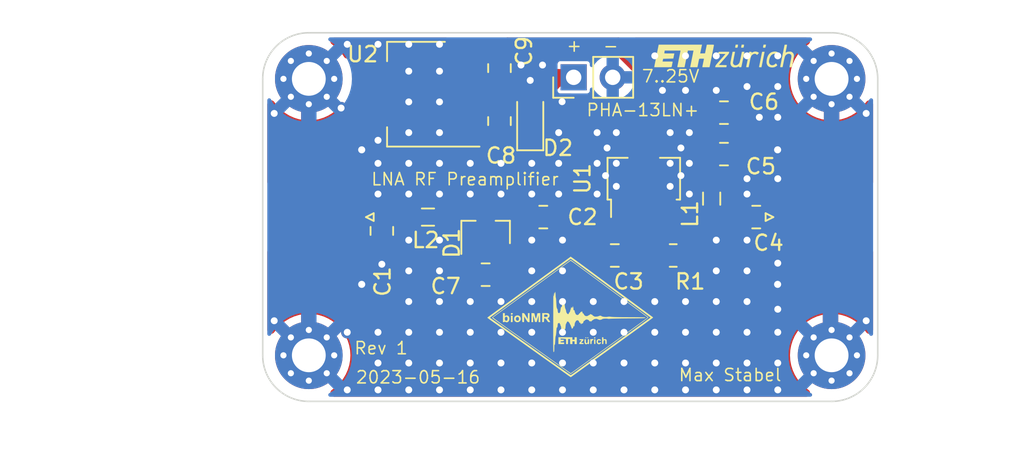
<source format=kicad_pcb>
(kicad_pcb (version 20221018) (generator pcbnew)
  (title_block (title "Low-noise RF Preamplifier") (date "2023-05-16") (rev "1") (company "ETH Zürich") (comment 1 "Maximilian Stabel") (comment 4 "AISLER Project ID: OPBJJFTR"))
  (layers (0 "F.Cu" mixed) (31 "B.Cu" power) (34 "B.Paste" user) (35 "F.Paste" user) (36 "B.SilkS" user "B.Silkscreen") (37 "F.SilkS" user "F.Silkscreen") (38 "B.Mask" user) (39 "F.Mask" user) (44 "Edge.Cuts" user))
  (net 0 "")
  (net 1 "GND")
  (net 2 "Net-(C3-Pad2)")
  (net 3 "VDD")
  (net 4 "+5V")
  (net 5 "Net-(D1-A)")
  (net 6 "/rf_in")
  (net 7 "/rf_lna_in")
  (net 8 "/rf_clamp")
  (net 9 "/rf_out")
  (net 10 "/rf_lna_out")
  (net 11 "Net-(D2-K)")
  (footprint "Capacitor_SMD:C_0805_2012Metric" (layer "F.Cu") (at 161.586 90.086 180)
    (fp_text reference "C5" (at -2.4 -0.8 180) (layer "F.SilkS"))
    (fp_text value "1n,50V,10%")
    (pad "1" smd roundrect (at -0.95 0 180) (size 1 1.45) (layers "F.Cu" "F.Paste" "F.Mask") (net 1 "GND"))
    (pad "2" smd roundrect (at 0.95 0 180) (size 1 1.45) (layers "F.Cu" "F.Paste" "F.Mask") (net 4 "+5V"))
  )
  (footprint "Capacitor_SMD:C_0805_2012Metric" (layer "F.Cu") (at 146.086 97.936)
    (fp_text reference "C7" (at -2.6 0.75) (layer "F.SilkS"))
    (fp_text value "100n,16V,20%")
    (pad "1" smd roundrect (at -0.95 0) (size 1 1.45) (layers "F.Cu" "F.Paste" "F.Mask") (net 5 "Net-(D1-A)"))
    (pad "2" smd roundrect (at 0.95 0) (size 1 1.45) (layers "F.Cu" "F.Paste" "F.Mask") (net 1 "GND"))
  )
  (footprint "Capacitor_SMD:C_0805_2012Metric" (layer "F.Cu") (at 139.336 95.086 -90)
    (fp_text reference "C1" (at 3.3 -0.05 -90) (layer "F.SilkS"))
    (fp_text value "1p5,50V,10%")
    (pad "1" smd roundrect (at -0.95 0 270) (size 1 1.45) (layers "F.Cu" "F.Paste" "F.Mask") (net 6 "/rf_in"))
    (pad "2" smd roundrect (at 0.95 0 270) (size 1 1.45) (layers "F.Cu" "F.Paste" "F.Mask") (net 1 "GND"))
  )
  (footprint "Capacitor_SMD:C_0805_2012Metric" (layer "F.Cu") (at 161.586 87.386 180)
    (fp_text reference "C6" (at -2.6 0.7 180) (layer "F.SilkS"))
    (fp_text value "10u,25V,10%")
    (pad "1" smd roundrect (at -0.95 0 180) (size 1 1.45) (layers "F.Cu" "F.Paste" "F.Mask") (net 1 "GND"))
    (pad "2" smd roundrect (at 0.95 0 180) (size 1 1.45) (layers "F.Cu" "F.Paste" "F.Mask") (net 4 "+5V"))
  )
  (footprint "Connector_Coaxial:SMA_Molex_73251-1153_EdgeMount_Horizontal" (layer "F.Cu") (at 166.796 94.186 180)
    (fp_text reference "J2" hide)
    (fp_text value "RF_OUT" hide)
    (pad "1" smd rect locked (at -1.72 0 180) (size 5.08 2.29) (layers "F.Cu" "F.Paste" "F.Mask") (net 9 "/rf_out") (clearance 0.86))
    (pad "2" smd rect locked (at -1.72 -4.38 180) (size 5.08 2.42) (layers "F.Cu" "F.Paste" "F.Mask") (net 1 "GND"))
    (pad "2" smd rect locked (at -1.72 -4.38 180) (size 5.08 2.42) (layers "B.Cu" "B.Paste" "B.Mask") (net 1 "GND"))
    (pad "2" smd rect locked (at -1.72 4.38 180) (size 5.08 2.42) (layers "F.Cu" "F.Paste" "F.Mask") (net 1 "GND"))
    (pad "2" smd rect locked (at -1.72 4.38 180) (size 5.08 2.42) (layers "B.Cu" "B.Paste" "B.Mask") (net 1 "GND"))
    (pad "2" smd rect locked (at 1.27 -4.38 180) (size 0.95 0.46) (layers "F.Cu") (net 1 "GND"))
    (pad "2" smd rect locked (at 1.27 -4.38 180) (size 0.95 0.46) (layers "B.Cu") (net 1 "GND"))
    (pad "2" smd rect locked (at 1.27 4.38 180) (size 0.95 0.46) (layers "F.Cu") (net 1 "GND"))
    (pad "2" smd rect locked (at 1.27 4.38 180) (size 0.95 0.46) (layers "B.Cu") (net 1 "GND"))
    (pad "2" thru_hole circle locked (at 1.72 -4.38 180) (size 0.97 0.97) (drill 0.46) (layers "*.Cu") (net 1 "GND"))
    (pad "2" thru_hole circle locked (at 1.72 4.38 180) (size 0.97 0.97) (drill 0.46) (layers "*.Cu") (net 1 "GND"))
  )
  (footprint "Capacitor_SMD:C_0805_2012Metric" (layer "F.Cu") (at 163.686 94.186 180)
    (fp_text reference "C4" (at -0.8 -1.68 180) (layer "F.SilkS"))
    (fp_text value "2u2,25V,10%")
    (pad "1" smd roundrect (at -0.95 0 180) (size 1 1.45) (layers "F.Cu" "F.Paste" "F.Mask") (net 9 "/rf_out"))
    (pad "2" smd roundrect (at 0.95 0 180) (size 1 1.45) (layers "F.Cu" "F.Paste" "F.Mask") (net 10 "/rf_lna_out"))
  )
  (footprint "Resistor_SMD:R_0805_2012Metric" (layer "F.Cu") (at 158.286 96.686)
    (fp_text reference "R1" (at 1.1 1.7) (layer "F.SilkS"))
    (fp_text value "1k5,1%")
    (pad "1" smd roundrect (at -0.9125 0) (size 1.025 1.4) (layers "F.Cu" "F.Paste" "F.Mask") (roundrect_rratio 0.243902439) (net 2 "Net-(C3-Pad2)"))
    (pad "2" smd roundrect (at 0.9125 0) (size 1.025 1.4) (layers "F.Cu" "F.Paste" "F.Mask") (roundrect_rratio 0.243902439) (net 10 "/rf_lna_out"))
  )
  (footprint "Package_TO_SOT_SMD:SOT-89-3_Handsoldering" (layer "F.Cu") (at 156.3735 91.686 90)
    (fp_text reference "U1" (at 0 -3.9875 90) (layer "F.SilkS"))
    (fp_text value "PHA-13LN")
    (pad "1" smd rect (at -2.45 -1.5 90) (size 2.3 0.9) (layers "F.Cu" "F.Paste" "F.Mask") (net 7 "/rf_lna_in"))
    (pad "2" smd custom (at -2.3625 0 90) (size 2.475 0.9) (layers "F.Cu" "F.Paste" "F.Mask") (net 1 "GND") (options (clearance outline) (anchor rect)) (primitives (gr_poly (pts (xy 5.3625 0.8665) (xy 1.2375 0.8665) (xy 1.2375 -0.8665) (xy 5.3625 -0.8665)) (width 0) (fill yes))))
    (pad "3" smd rect (at -2.45 1.5 90) (size 2.3 0.9) (layers "F.Cu" "F.Paste" "F.Mask") (net 10 "/rf_lna_out"))
  )
  (footprint "Inductor_SMD:L_0805_2012Metric" (layer "F.Cu") (at 142.336 94.186)
    (fp_text reference "L2" (at -0.15 1.5) (layer "F.SilkS"))
    (fp_text value "5n1,5%,Unshld")
    (pad "1" smd roundrect (at -1.0625 0) (size 0.875 1.2) (layers "F.Cu" "F.Paste" "F.Mask") (net 6 "/rf_in"))
    (pad "2" smd roundrect (at 1.0625 0) (size 0.875 1.2) (layers "F.Cu" "F.Paste" "F.Mask") (net 8 "/rf_clamp"))
  )
  (footprint "Inductor_SMD:L_0805_2012Metric" (layer "F.Cu") (at 160.786 92.986 -90)
    (fp_text reference "L1" (at 1 1.4 -90) (layer "F.SilkS"))
    (fp_text value "15u")
    (pad "1" smd roundrect (at -1.0625 0 270) (size 0.875 1.2) (layers "F.Cu" "F.Paste" "F.Mask") (net 4 "+5V"))
    (pad "2" smd roundrect (at 1.0625 0 270) (size 0.875 1.2) (layers "F.Cu" "F.Paste" "F.Mask") (net 10 "/rf_lna_out"))
  )
  (footprint "Package_TO_SOT_SMD:SOT-23" (layer "F.Cu") (at 146.086 95.186 90)
    (fp_text reference "D1" (at -0.7 -2.2 90) (layer "F.SilkS"))
    (fp_text value "BAV99")
    (pad "1" smd rect (at -1 -0.95 90) (size 0.9 0.8) (layers "F.Cu" "F.Paste" "F.Mask") (net 5 "Net-(D1-A)"))
    (pad "2" smd rect (at -1 0.95 90) (size 0.9 0.8) (layers "F.Cu" "F.Paste" "F.Mask") (net 5 "Net-(D1-A)"))
    (pad "3" smd rect (at 1 0 90) (size 0.9 0.8) (layers "F.Cu" "F.Paste" "F.Mask") (net 8 "/rf_clamp"))
  )
  (footprint "Connector_Coaxial:SMA_Molex_73251-1153_EdgeMount_Horizontal" (layer "F.Cu") (at 136.306 94.186)
    (fp_text reference "J1" hide)
    (fp_text value "RF_IN" hide)
    (pad "1" smd rect locked (at -1.72 0) (size 5.08 2.29) (layers "F.Cu" "F.Paste" "F.Mask") (net 6 "/rf_in") (clearance 0.86))
    (pad "2" smd rect locked (at -1.72 -4.38) (size 5.08 2.42) (layers "F.Cu" "F.Paste" "F.Mask") (net 1 "GND"))
    (pad "2" smd rect locked (at -1.72 -4.38) (size 5.08 2.42) (layers "B.Cu" "B.Paste" "B.Mask") (net 1 "GND"))
    (pad "2" smd rect locked (at -1.72 4.38) (size 5.08 2.42) (layers "F.Cu" "F.Paste" "F.Mask") (net 1 "GND"))
    (pad "2" smd rect locked (at -1.72 4.38) (size 5.08 2.42) (layers "B.Cu" "B.Paste" "B.Mask") (net 1 "GND"))
    (pad "2" smd rect locked (at 1.27 -4.38) (size 0.95 0.46) (layers "F.Cu") (net 1 "GND"))
    (pad "2" smd rect locked (at 1.27 -4.38) (size 0.95 0.46) (layers "B.Cu") (net 1 "GND"))
    (pad "2" smd rect locked (at 1.27 4.38) (size 0.95 0.46) (layers "F.Cu") (net 1 "GND"))
    (pad "2" smd rect locked (at 1.27 4.38) (size 0.95 0.46) (layers "B.Cu") (net 1 "GND"))
    (pad "2" thru_hole circle locked (at 1.72 -4.38) (size 0.97 0.97) (drill 0.46) (layers "*.Cu") (net 1 "GND"))
    (pad "2" thru_hole circle locked (at 1.72 4.38) (size 0.97 0.97) (drill 0.46) (layers "*.Cu") (net 1 "GND"))
  )
  (footprint "Capacitor_SMD:C_0805_2012Metric" (layer "F.Cu") (at 149.836 94.186 180)
    (fp_text reference "C2" (at -2.55 0 180) (layer "F.SilkS"))
    (fp_text value "2u2,25V,10%")
    (pad "1" smd roundrect (at -0.95 0 180) (size 1 1.45) (layers "F.Cu" "F.Paste" "F.Mask") (net 7 "/rf_lna_in"))
    (pad "2" smd roundrect (at 0.95 0 180) (size 1 1.45) (layers "F.Cu" "F.Paste" "F.Mask") (net 8 "/rf_clamp"))
  )
  (footprint "Package_TO_SOT_SMD:SOT-223-3_TabPin2" (layer "F.Cu") (at 141.586 86.186 180)
    (fp_text reference "U2" (at 3.5 2.6) (layer "F.SilkS"))
    (fp_text value "7805")
    (pad "1" smd rect (at -3.15 -2.3 180) (size 2 1.5) (layers "F.Cu" "F.Paste" "F.Mask") (net 11 "Net-(D2-K)"))
    (pad "2" smd rect (at -3.15 0 180) (size 2 1.5) (layers "F.Cu" "F.Paste" "F.Mask") (net 1 "GND"))
    (pad "2" smd rect (at 3.15 0 180) (size 2 3.8) (layers "F.Cu" "F.Paste" "F.Mask") (net 1 "GND"))
    (pad "3" smd rect (at -3.15 2.3 180) (size 2 1.5) (layers "F.Cu" "F.Paste" "F.Mask") (net 4 "+5V"))
  )
  (footprint "Capacitor_SMD:C_0805_2012Metric" (layer "F.Cu") (at 154.486 96.686)
    (fp_text reference "C3" (at 0.9 1.7) (layer "F.SilkS"))
    (fp_text value "100n,50V,10%")
    (pad "1" smd roundrect (at -0.95 0) (size 1 1.45) (layers "F.Cu" "F.Paste" "F.Mask") (net 7 "/rf_lna_in"))
    (pad "2" smd roundrect (at 0.95 0) (size 1 1.45) (layers "F.Cu" "F.Paste" "F.Mask") (net 2 "Net-(C3-Pad2)"))
  )
  (footprint "Connector_PinHeader_2.54mm:PinHeader_1x02_P2.54mm_Vertical" (layer "F.Cu") (at 151.811 85.086 90)
    (fp_text reference "J3" hide)
    (fp_text value "Power")
    (pad "1" thru_hole rect (at 0 0 90) (size 1.7 1.7) (drill 1) (layers "*.Cu" "*.Mask") (net 3 "VDD"))
    (pad "2" thru_hole oval (at 0 2.54 90) (size 1.7 1.7) (drill 1) (layers "*.Cu" "*.Mask") (net 1 "GND"))
  )
  (footprint "Capacitor_SMD:C_0805_2012Metric" (layer "F.Cu") (at 146.986 87.936 90)
    (fp_text reference "C8" (at -2.25 0.1) (layer "F.SilkS"))
    (fp_text value "1u,50V,10%")
    (pad "1" smd roundrect (at -0.95 0 90) (size 1 1.45) (layers "F.Cu" "F.Paste" "F.Mask") (net 11 "Net-(D2-K)"))
    (pad "2" smd roundrect (at 0.95 0 90) (size 1 1.45) (layers "F.Cu" "F.Paste" "F.Mask") (net 1 "GND"))
  )
  (footprint "Capacitor_SMD:C_0805_2012Metric" (layer "F.Cu") (at 146.986 84.486 -90)
    (fp_text reference "C9" (at -1.1 -1.6 -90) (layer "F.SilkS"))
    (fp_text value "1u,50V,10%")
    (pad "1" smd roundrect (at -0.95 0 270) (size 1 1.45) (layers "F.Cu" "F.Paste" "F.Mask") (net 4 "+5V"))
    (pad "2" smd roundrect (at 0.95 0 270) (size 1 1.45) (layers "F.Cu" "F.Paste" "F.Mask") (net 1 "GND"))
  )
  (footprint "Diode_SMD:D_SOD-323_HandSoldering" (layer "F.Cu") (at 148.986 87.936 90)
    (fp_text reference "D2" (at -1.75 1.8 180) (layer "F.SilkS"))
    (fp_text value "BAS321Z")
    (pad "1" smd rect (at -1.25 0 90) (size 1 1) (layers "F.Cu" "F.Paste" "F.Mask") (net 11 "Net-(D2-K)"))
    (pad "2" smd rect (at 1.25 0 90) (size 1 1) (layers "F.Cu" "F.Paste" "F.Mask") (net 3 "VDD"))
  )
  (footprint "LOGO" (layer "F.Cu") (at 151.586 100.686)
    (fp_text reference "G***" hide)
    (fp_text value "LOGO" hide)
  )
  (footprint "MountingHole:MountingHole_2.2mm_M2_Pad_Via" (layer "F.Cu") (at 134.586 85.186 180)
    (fp_text reference "H1" hide)
    (fp_text value "MountingHole_Pad" hide)
    (pad "1" thru_hole circle locked (at -1.65 0 180) (size 0.7 0.7) (drill 0.4) (layers "*.Cu" "*.Mask") (net 1 "GND"))
    (pad "1" thru_hole circle locked (at -1.166726 -1.166726 180) (size 0.7 0.7) (drill 0.4) (layers "*.Cu" "*.Mask") (net 1 "GND"))
    (pad "1" thru_hole circle locked (at -1.166726 1.166726 180) (size 0.7 0.7) (drill 0.4) (layers "*.Cu" "*.Mask") (net 1 "GND"))
    (pad "1" thru_hole circle locked (at 0 -1.65 180) (size 0.7 0.7) (drill 0.4) (layers "*.Cu" "*.Mask") (net 1 "GND"))
    (pad "1" thru_hole circle locked (at 0 0 180) (size 4.4 4.4) (drill 2.2) (layers "*.Cu" "*.Mask") (net 1 "GND"))
    (pad "1" thru_hole circle locked (at 0 1.65 180) (size 0.7 0.7) (drill 0.4) (layers "*.Cu" "*.Mask") (net 1 "GND"))
    (pad "1" thru_hole circle locked (at 1.166726 -1.166726 180) (size 0.7 0.7) (drill 0.4) (layers "*.Cu" "*.Mask") (net 1 "GND"))
    (pad "1" thru_hole circle locked (at 1.166726 1.166726 180) (size 0.7 0.7) (drill 0.4) (layers "*.Cu" "*.Mask") (net 1 "GND"))
    (pad "1" thru_hole circle locked (at 1.65 0 180) (size 0.7 0.7) (drill 0.4) (layers "*.Cu" "*.Mask") (net 1 "GND"))
  )
  (footprint "LOGO" (layer "F.Cu") (at 161.586 83.686)
    (fp_text reference "G***" hide)
    (fp_text value "LOGO" hide)
  )
  (footprint "MountingHole:MountingHole_2.2mm_M2_Pad_Via" (layer "F.Cu") (at 168.586 103.186 180)
    (fp_text reference "H4" hide)
    (fp_text value "MountingHole_Pad" hide)
    (pad "1" thru_hole circle locked (at -1.65 0 180) (size 0.7 0.7) (drill 0.4) (layers "*.Cu" "*.Mask") (net 1 "GND"))
    (pad "1" thru_hole circle locked (at -1.166726 -1.166726 180) (size 0.7 0.7) (drill 0.4) (layers "*.Cu" "*.Mask") (net 1 "GND"))
    (pad "1" thru_hole circle locked (at -1.166726 1.166726 180) (size 0.7 0.7) (drill 0.4) (layers "*.Cu" "*.Mask") (net 1 "GND"))
    (pad "1" thru_hole circle locked (at 0 -1.65 180) (size 0.7 0.7) (drill 0.4) (layers "*.Cu" "*.Mask") (net 1 "GND"))
    (pad "1" thru_hole circle locked (at 0 0 180) (size 4.4 4.4) (drill 2.2) (layers "*.Cu" "*.Mask") (net 1 "GND"))
    (pad "1" thru_hole circle locked (at 0 1.65 180) (size 0.7 0.7) (drill 0.4) (layers "*.Cu" "*.Mask") (net 1 "GND"))
    (pad "1" thru_hole circle locked (at 1.166726 -1.166726 180) (size 0.7 0.7) (drill 0.4) (layers "*.Cu" "*.Mask") (net 1 "GND"))
    (pad "1" thru_hole circle locked (at 1.166726 1.166726 180) (size 0.7 0.7) (drill 0.4) (layers "*.Cu" "*.Mask") (net 1 "GND"))
    (pad "1" thru_hole circle locked (at 1.65 0 180) (size 0.7 0.7) (drill 0.4) (layers "*.Cu" "*.Mask") (net 1 "GND"))
  )
  (footprint "MountingHole:MountingHole_2.2mm_M2_Pad_Via" (layer "F.Cu") (at 134.586 103.186 180)
    (fp_text reference "H3" hide)
    (fp_text value "MountingHole_Pad" hide)
    (pad "1" thru_hole circle locked (at -1.65 0 180) (size 0.7 0.7) (drill 0.4) (layers "*.Cu" "*.Mask") (net 1 "GND"))
    (pad "1" thru_hole circle locked (at -1.166726 -1.166726 180) (size 0.7 0.7) (drill 0.4) (layers "*.Cu" "*.Mask") (net 1 "GND"))
    (pad "1" thru_hole circle locked (at -1.166726 1.166726 180) (size 0.7 0.7) (drill 0.4) (layers "*.Cu" "*.Mask") (net 1 "GND"))
    (pad "1" thru_hole circle locked (at 0 -1.65 180) (size 0.7 0.7) (drill 0.4) (layers "*.Cu" "*.Mask") (net 1 "GND"))
    (pad "1" thru_hole circle locked (at 0 0 180) (size 4.4 4.4) (drill 2.2) (layers "*.Cu" "*.Mask") (net 1 "GND"))
    (pad "1" thru_hole circle locked (at 0 1.65 180) (size 0.7 0.7) (drill 0.4) (layers "*.Cu" "*.Mask") (net 1 "GND"))
    (pad "1" thru_hole circle locked (at 1.166726 -1.166726 180) (size 0.7 0.7) (drill 0.4) (layers "*.Cu" "*.Mask") (net 1 "GND"))
    (pad "1" thru_hole circle locked (at 1.166726 1.166726 180) (size 0.7 0.7) (drill 0.4) (layers "*.Cu" "*.Mask") (net 1 "GND"))
    (pad "1" thru_hole circle locked (at 1.65 0 180) (size 0.7 0.7) (drill 0.4) (layers "*.Cu" "*.Mask") (net 1 "GND"))
  )
  (footprint "MountingHole:MountingHole_2.2mm_M2_Pad_Via" (layer "F.Cu") (at 168.586 85.186 180)
    (fp_text reference "H2" hide)
    (fp_text value "MountingHole_Pad" hide)
    (pad "1" thru_hole circle locked (at -1.65 0 180) (size 0.7 0.7) (drill 0.4) (layers "*.Cu" "*.Mask") (net 1 "GND"))
    (pad "1" thru_hole circle locked (at -1.166726 -1.166726 180) (size 0.7 0.7) (drill 0.4) (layers "*.Cu" "*.Mask") (net 1 "GND"))
    (pad "1" thru_hole circle locked (at -1.166726 1.166726 180) (size 0.7 0.7) (drill 0.4) (layers "*.Cu" "*.Mask") (net 1 "GND"))
    (pad "1" thru_hole circle locked (at 0 -1.65 180) (size 0.7 0.7) (drill 0.4) (layers "*.Cu" "*.Mask") (net 1 "GND"))
    (pad "1" thru_hole circle locked (at 0 0 180) (size 4.4 4.4) (drill 2.2) (layers "*.Cu" "*.Mask") (net 1 "GND"))
    (pad "1" thru_hole circle locked (at 0 1.65 180) (size 0.7 0.7) (drill 0.4) (layers "*.Cu" "*.Mask") (net 1 "GND"))
    (pad "1" thru_hole circle locked (at 1.166726 -1.166726 180) (size 0.7 0.7) (drill 0.4) (layers "*.Cu" "*.Mask") (net 1 "GND"))
    (pad "1" thru_hole circle locked (at 1.166726 1.166726 180) (size 0.7 0.7) (drill 0.4) (layers "*.Cu" "*.Mask") (net 1 "GND"))
    (pad "1" thru_hole circle locked (at 1.65 0 180) (size 0.7 0.7) (drill 0.4) (layers "*.Cu" "*.Mask") (net 1 "GND"))
  )
  (gr_arc locked (start 131.586 85.186) (mid 132.46468 83.06468) (end 134.586 82.186) (stroke (width 0.1)) (layer "Edge.Cuts"))
  (gr_line locked (start 171.586 85.186) (end 171.586 103.186) (stroke (width 0.1)) (layer "Edge.Cuts"))
  (gr_arc locked (start 168.586 82.186) (mid 170.70732 83.06468) (end 171.586 85.186) (stroke (width 0.1)) (layer "Edge.Cuts"))
  (gr_arc locked (start 171.586 103.186) (mid 170.70732 105.30732) (end 168.586 106.186) (stroke (width 0.1)) (layer "Edge.Cuts"))
  (gr_line locked (start 134.586 82.186) (end 168.586 82.186) (stroke (width 0.1)) (layer "Edge.Cuts"))
  (gr_line locked (start 168.586 106.186) (end 134.586 106.186) (stroke (width 0.1)) (layer "Edge.Cuts"))
  (gr_arc locked (start 134.586 106.186) (mid 132.46468 105.30732) (end 131.586 103.186) (stroke (width 0.1)) (layer "Edge.Cuts"))
  (gr_line locked (start 131.586 103.186) (end 131.586 85.186) (stroke (width 0.1)) (layer "Edge.Cuts"))
  (gr_text "+" (at 151.286 83.486) (layer "F.SilkS") (effects (font (size 0.8 0.8) (thickness 0.1)) (justify left bottom)))
  (gr_text "2023-05-16" (at 137.586 105.086) (layer "F.SilkS") (effects (font (size 0.8 0.8) (thickness 0.1)) (justify left bottom)))
  (gr_text "LNA RF Preamplifier" (at 138.586 92.186) (layer "F.SilkS") (effects (font (size 0.8 0.8) (thickness 0.1)) (justify left bottom)))
  (gr_text "-" (at 154.786 82.686 180) (layer "F.SilkS") (effects (font (size 0.8 0.8) (thickness 0.1)) (justify left bottom)))
  (gr_text "Rev 1" (at 137.486 103.186) (layer "F.SilkS") (effects (font (size 0.8 0.8) (thickness 0.1)) (justify left bottom)))
  (gr_text "Max Stabel" (at 158.586 104.936) (layer "F.SilkS") (effects (font (size 0.8 0.8) (thickness 0.1)) (justify left bottom)))
  (gr_text "PHA-13LN+" (at 152.586 87.686) (layer "F.SilkS") (effects (font (size 0.8 0.8) (thickness 0.1)) (justify left bottom)))
  (gr_text "7..25V" (at 156.186 85.486) (layer "F.SilkS") (effects (font (size 0.8 0.8) (thickness 0.1)) (justify left bottom)))
  (segment (start 162.7235 87.286) (end 162.7235 90.086) (width 1) (layer "F.Cu") (net 1))
  (segment (start 156.3735 91.7235) (end 156.3735 94.0485) (width 0.5) (layer "F.Cu") (net 1))
  (segment (start 146.111 99.361) (end 138.821 99.361) (width 1) (layer "F.Cu") (net 1))
  (segment (start 168.516 98.566) (end 168.516 103.116) (width 1) (layer "F.Cu") (net 1))
  (segment (start 146.986 85.436) (end 146.986 86.986) (width 1) (layer "F.Cu") (net 1))
  (segment (start 156.3735 94.0485) (end 156.3735 91.6485) (width 0.5) (layer "F.Cu") (net 1))
  (segment (start 139.336 96.2235) (end 139.336 97.256) (width 1) (layer "F.Cu") (net 1))
  (segment (start 165.056 89.786) (end 165.076 89.806) (width 1) (layer "F.Cu") (net 1))
  (segment (start 168.516 103.116) (end 168.586 103.186) (width 1) (layer "F.Cu") (net 1))
  (segment (start 162.7235 90.086) (end 163.0235 89.786) (width 1) (layer "F.Cu") (net 1))
  (segment (start 144.736 86.186) (end 146.236 86.186) (width 1) (layer "F.Cu") (net 1))
  (segment (start 138.821 99.361) (end 138.026 98.566) (width 1) (layer "F.Cu") (net 1))
  (segment (start 153.336 88.686) (end 156.3735 91.7235) (width 0.5) (layer "F.Cu") (net 1))
  (segment (start 147.036 97.936) (end 147.036 98.436) (width 1) (layer "F.Cu") (net 1))
  (segment (start 163.0235 89.786) (end 165.056 89.786) (width 1) (layer "F.Cu") (net 1))
  (segment (start 139.336 97.256) (end 138.026 98.566) (width 1) (layer "F.Cu") (net 1))
  (segment (start 147.136 85.286) (end 146.986 85.436) (width 0.5) (layer "F.Cu") (net 1))
  (segment (start 146.236 86.186) (end 146.986 85.436) (width 1) (layer "F.Cu") (net 1))
  (segment (start 168.586 89.736) (end 168.516 89.806) (width 1) (layer "F.Cu") (net 1))
  (segment (start 135.586 86.186) (end 134.586 85.186) (width 1) (layer "F.Cu") (net 1))
  (segment (start 146.986 86.986) (end 146.986 86.936) (width 1) (layer "F.Cu") (net 1))
  (segment (start 134.586 103.186) (end 134.586 98.566) (width 1) (layer "F.Cu") (net 1))
  (segment (start 138.436 86.186) (end 144.736 86.186) (width 1) (layer "F.Cu") (net 1))
  (segment (start 147.036 98.436) (end 146.111 99.361) (width 1) (layer "F.Cu") (net 1))
  (segment (start 156.3735 91.6485) (end 159.336 88.686) (width 0.5) (layer "F.Cu") (net 1))
  (segment (start 146.986 86.936) (end 146.236 86.186) (width 1) (layer "F.Cu") (net 1))
  (segment (start 134.586 85.186) (end 134.586 89.806) (width 1) (layer "F.Cu") (net 1))
  (segment (start 148.986 85.286) (end 147.136 85.286) (width 0.5) (layer "F.Cu") (net 1))
  (segment (start 168.586 85.186) (end 168.586 89.736) (width 1) (layer "F.Cu") (net 1))
  (via (at 163.086 101.686) (size 0.8) (drill 0.45) (layers "F.Cu" "B.Cu") (net 1))
  (via (at 161.086 85.936) (size 0.8) (drill 0.45) (layers "F.Cu" "B.Cu") (net 1))
  (via (at 143.086 103.686) (size 0.8) (drill 0.45) (layers "F.Cu" "B.Cu") (net 1))
  (via (at 151.086 105.436) (size 0.8) (drill 0.45) (layers "F.Cu" "B.Cu") (net 1))
  (via (at 155.086 105.436) (size 0.8) (drill 0.45) (layers "F.Cu" "B.Cu") (net 1))
  (via (at 161.086 83.686) (size 0.8) (drill 0.45) (layers "F.Cu" "B.Cu") (net 1))
  (via (at 151.058251 86.672627) (size 0.8) (drill 0.45) (layers "F.Cu" "B.Cu") (net 1))
  (via (at 161.086 101.686) (size 0.8) (drill 0.45) (layers "F.Cu" "B.Cu") (net 1))
  (via (at 159.336 90.686) (size 0.8) (drill 0.45) (layers "F.Cu" "B.Cu") (net 1))
  (via (at 155.086 101.686) (size 0.8) (drill 0.45) (layers "F.Cu" "B.Cu") (net 1))
  (via (at 151.086 101.686) (size 0.8) (drill 0.45) (layers "F.Cu" "B.Cu") (net 1))
  (via (at 141.086 97.686) (size 0.8) (drill 0.45) (layers "F.Cu" "B.Cu") (net 1))
  (via (at 165.086 87.686) (size 0.8) (drill 0.45) (layers "F.Cu" "B.Cu") (net 1))
  (via (at 150.836 88.686) (size 0.8) (drill 0.45) (layers "F.Cu" "B.Cu") (net 1))
  (via (at 163.086 103.686) (size 0.8) (drill 0.45) (layers "F.Cu" "B.Cu") (net 1))
  (via (at 143.086 101.686) (size 0.8) (drill 0.45) (layers "F.Cu" "B.Cu") (net 1))
  (via (at 143.086 105.436) (size 0.8) (drill 0.45) (layers "F.Cu" "B.Cu") (net 1))
  (via (at 149.086 101.686) (size 0.8) (drill 0.45) (layers "F.Cu" "B.Cu") (net 1))
  (via (at 137.086 82.936) (size 0.8) (drill 0.45) (layers "F.Cu" "B.Cu") (net 1))
  (via (at 157.586 85.936) (size 0.8) (drill 0.45) (layers "F.Cu" "B.Cu") (net 1))
  (via (at 141.086 103.686) (size 0.8) (drill 0.45) (layers "F.Cu" "B.Cu") (net 1))
  (via (at 163.086 105.436) (size 0.8) (drill 0.45) (layers "F.Cu" "B.Cu") (net 1))
  (via (at 143.086 99.686) (size 0.8) (drill 0.45) (layers "F.Cu" "B.Cu") (net 1))
  (via (at 141.086 86.686) (size 0.8) (drill 0.45) (layers "F.Cu" "B.Cu") (net 1))
  (via (at 154.586 92.186) (size 0.8) (drill 0.45) (layers "F.Cu" "B.Cu") (net 1))
  (via (at 150.836 92.686) (size 0.8) (drill 0.45) (layers "F.Cu" "B.Cu") (net 1))
  (via (at 163.086 99.686) (size 0.8) (drill 0.45) (layers "F.Cu" "B.Cu") (net 1))
  (via (at 149.086 92.686) (size 0.8) (drill 0.45) (layers "F.Cu" "B.Cu") (net 1))
  (via (at 170.836 100.936) (size 0.8) (drill 0.45) (layers "F.Cu" "B.Cu") (net 1))
  (via (at 165.086 101.686) (size 0.8) (drill 0.45) (layers "F.Cu" "B.Cu") (net 1))
  (via (at 161.086 103.686) (size 0.8) (drill 0.45) (layers "F.Cu" "B.Cu") (net 1))
  (via (at 165.086 91.686) (size 0.8) (drill 0.45) (layers "F.Cu" "B.Cu") (net 1))
  (via (at 157.086 105.436) (size 0.8) (drill 0.45) (layers "F.Cu" "B.Cu") (net 1))
  (via (at 136.686 87.086) (size 0.8) (drill 0.45) (layers "F.Cu" "B.Cu") (net 1))
  (via (at 163.086 95.686) (size 0.8) (drill 0.45) (layers "F.Cu" "B.Cu") (net 1))
  (via (at 145.086 105.436) (size 0.8) (drill 0.45) (layers "F.Cu" "B.Cu") (net 1))
  (via (at 143.086 84.686) (size 0.8) (drill 0.45) (layers "F.Cu" "B.Cu") (net 1))
  (via (at 153.336 88.686) (size 0.8) (drill 0.45) (layers "F.Cu" "B.Cu") (net 1))
  (via (at 143.086 86.686) (size 0.8) (drill 0.45) (layers "F.Cu" "B.Cu") (net 1))
  (via (at 153.336 92.686) (size 0.8) (drill 0.45) (layers "F.Cu" "B.Cu") (net 1))
  (via (at 158.086 88.686) (size 0.8) (drill 0.45) (layers "F.Cu" "B.Cu") (net 1))
  (via (at 143.086 95.686) (size 0.8) (drill 0.45) (layers "F.Cu" "B.Cu") (net 1))
  (via (at 149.086 95.686) (size 0.8) (drill 0.45) (layers "F.Cu" "B.Cu") (net 1))
  (via (at 158.786 89.686) (size 0.8) (drill 0.45) (layers "F.Cu" "B.Cu") (net 1))
  (via (at 141.086 82.936) (size 0.8) (drill 0.45) (layers "F.Cu" "B.Cu") (net 1))
  (via (at 147.086 103.686) (size 0.8) (drill 0.45) (layers "F.Cu" "B.Cu") (net 1))
  (via (at 145.086 99.686) (size 0.8) (drill 0.45) (layers "F.Cu" "B.Cu") (net 1))
  (via (at 163.886 87.686) (size 0.8) (drill 0.45) (layers "F.Cu" "B.Cu") (net 1))
  (via (at 158.086 90.686) (size 0.8) (drill 0.45) (layers "F.Cu" "B.Cu") (net 1))
  (via (at 158.086 92.186) (size 0.8) (drill 0.45) (layers "F.Cu" "B.Cu") (net 1))
  (via (at 139.086 105.436) (size 0.8) (drill 0.45) (layers "F.Cu" "B.Cu") (net 1))
  (via (at 155.086 103.686) (size 0.8) (drill 0.45) (layers "F.Cu" "B.Cu") (net 1))
  (via (at 163.086 92.686) (size 0.8) (drill 0.45) (layers "F.Cu" "B.Cu") (net 1))
  (via (at 141.086 95.686) (size 0.8) (drill 0.45) (layers "F.Cu" "B.Cu") (net 1))
  (via (at 159.086 105.436) (size 0.8) (drill 0.45) (layers "F.Cu" "B.Cu") (net 1))
  (via (at 139.086 103.686) (size 0.8) (drill 0.45) (layers "F.Cu" "B.Cu") (net 1))
  (via (at 149.086 90.686) (size 0.8) (drill 0.45) (layers "F.Cu" "B.Cu") (net 1))
  (via (at 159.086 99.686) (size 0.8) (drill 0.45) (layers "F.Cu" "B.Cu") (net 1))
  (via (at 141.086 84.686) (size 0.8) (drill 0.45) (layers "F.Cu" "B.Cu") (net 1))
  (via (at 170.836 87.436) (size 0.8) (drill 0.45) (layers "F.Cu" "B.Cu") (net 1))
  (via (at 159.086 103.686) (size 0.8) (drill 0.45) (layers "F.Cu" "B.Cu") (net 1))
  (via (at 139.086 92.686) (size 0.8) (drill 0.45) (layers "F.Cu" "B.Cu") (net 1))
  (via (at 149.086 97.686) (size 0.8) (drill 0.45) (layers "F.Cu" "B.Cu") (net 1))
  (via (at 139.336 97.256) (size 0.8) (drill 0.45) (layers "F.Cu" "B.Cu") (net 1))
  (via (at 161.086 99.686) (size 0.8) (drill 0.45) (layers "F.Cu" "B.Cu") (net 1))
  (via (at 149.786 84.286) (size 0.8) (drill 0.45) (layers "F.Cu" "B.Cu") (net 1))
  (via (at 165.086 103.686) (size 0.8) (drill 0.45) (layers "F.Cu" "B.Cu") (net 1))
  (via (at 157.086 99.686) (size 0.8) (drill 0.45) (layers "F.Cu" "B.Cu") (net 1))
  (via (at 143.086 92.686) (size 0.8) (drill 0.45) (layers "F.Cu" "B.Cu") (net 1))
  (via (at 147.086 101.686) (size 0.8) (drill 0.45) (layers "F.Cu" "B.Cu") (net 1))
  (via (at 153.086 99.686) (size 0.8) (drill 0.45) (layers "F.Cu" "B.Cu") (net 1))
  (via (at 141.086 99.686) (size 0.8) (drill 0.45) (layers "F.Cu" "B.Cu") (net 1))
  (via (at 161.086 105.436) (size 0.8) (drill 0.45) (layers "F.Cu" "B.Cu") (net 1))
  (via (at 141.086 88.686) (size 0.8) (drill 0.45) (layers "F.Cu" "B.Cu") (net 1))
  (via (at 153.086 103.686) (size 0.8) (drill 0.45) (layers "F.Cu" "B.Cu") (net 1))
  (via (at 165.086 83.686) (size 0.8) (drill 0.45) (layers "F.Cu" "B.Cu") (net 1))
  (via (at 139.086 101.686) (size 0.8) (drill 0.45) (layers "F.Cu" "B.Cu") (net 1))
  (via (at 154.586 90.686) (size 0.8) (drill 0.45) (layers "F.Cu" "B.Cu") (net 1))
  (via (at 157.086 103.686) (size 0.8) (drill 0.45) (layers "F.Cu" "B.Cu") (net 1))
  (via (at 139.086 90.686) (size 0.8) (drill 0.45) (layers "F.Cu" "B.Cu") (net 1))
  (via (at 150.836 90.686) (size 0.8) (drill 0.45) (layers "F.Cu" "B.Cu") (net 1))
  (via (at 148.986 85.286) (size 0.8) (drill 0.45) (layers "F.Cu" "B.Cu") (net 1))
  (via (at 161.086 95.686) (size 0.8) (drill 0.45) (layers "F.Cu" "B.Cu") (net 1))
  (via (at 145.086 92.686) (size 0.8) (drill 0.45) (layers "F.Cu" "B.Cu") (net 1))
  (via (at 149.086 99.686) (size 0.8) (drill 0.45) (layers "F.Cu" "B.Cu") (net 1))
  (via (at 149.086 105.436) (size 0.8) (drill 0.45) (layers "F.Cu" "B.Cu") (net 1))
  (via (at 158.786 91.486) (size 0.8) (drill 0.45) (layers "F.Cu" "B.Cu") (net 1))
  (via (at 132.336 100.936) (size 0.8) (drill 0.45) (layers "F.Cu" "B.Cu") (net 1))
  (via (at 151.086 95.686) (size 0.8) (drill 0.45) (layers "F.Cu" "B.Cu") (net 1))
  (via (at 155.086 99.686) (size 0.8) (drill 0.45) (layers "F.Cu" "B.Cu") (net 1))
  (via (at 163.086 85.686) (size 0.8) (drill 0.45) (layers "F.Cu" "B.Cu") (net 1))
  (via (at 153.086 105.436) (size 0.8) (drill 0.45) (layers "F.Cu" "B.Cu") (net 1))
  (via (at 148.386 84.286) (size 0.8) (drill 0.45) (layers "F.Cu" "B.Cu") (net 1))
  (via (at 143.086 90.686) (size 0.8) (drill 0.45) (layers "F.Cu" "B.Cu") (net 1))
  (via (at 141.086 105.436) (size 0.8) (drill 0.45) (layers "F.Cu" "B.Cu") (net 1))
  (via (at 147.086 105.436) (size 0.8) (drill 0.45) (layers "F.Cu" "B.Cu") (net 1))
  (via (at 139.086 82.936) (size 0.8) (drill 0.45) (layers "F.Cu" "B.Cu") (net 1))
  (via (at 153.986 89.686) (size 0.8) (drill 0.45) (layers "F.Cu" "B.Cu") (net 1))
  (via (at 151.086 99.686) (size 0.8) (drill 0.45) (layers "F.Cu" "B.Cu") (net 1))
  (via (at 143.086 82.936) (size 0.8) (drill 0.45) (layers "F.Cu" "B.Cu") (net 1))
  (via (at 163.086 83.686) (size 0.8) (drill 0.45) (layers "F.Cu" "B.Cu") (net 1))
  (via (at 145.086 90.686) (size 0.8) (drill 0.45) (layers "F.Cu" "B.Cu") (net 1))
  (via (at 141.086 92.686) (size 0.8) (drill 0.45) (layers "F.Cu" "B.Cu") (net 1))
  (via (at 161.086 97.686) (size 0.8) (drill 0.45) (layers "F.Cu" "B.Cu") (net 1))
  (via (at 154.586 88.686) (size 0.8) (drill 0.45) (layers "F.Cu" "B.Cu") (net 1))
  (via (at 157.086 101.686) (size 0.8) (drill 0.45) (layers "F.Cu" "B.Cu") (net 1))
  (via (at 151.086 103.686) (size 0.8) (drill 0.45) (layers "F.Cu" "B.Cu") (net 1))
  (via (at 157.086 83.686) (size 0.8) (drill 0.45) (layers "F.Cu" "B.Cu") (net 1))
  (via (at 137.086 101.686) (size 0.8) (drill 0.45) (layers "F.Cu" "B.Cu") (net 1))
  (via (at 145.086 103.686) (size 0.8) (drill 0.45) (layers "F.Cu" "B.Cu") (net 1))
  (via (at 143.086 97.686) (size 0.8) (drill 0.45) (layers "F.Cu" "B.Cu") (net 1))
  (via (at 137.086 105.436) (size 0.8) (drill 0.45) (layers "F.Cu" "B.Cu") (net 1))
  (via (at 147.086 99.686) (size 0.8) (drill 0.45) (layers "F.Cu" "B.Cu") (net 1))
  (via (at 147.086 90.686) (size 0.8) (drill 0.45) (layers "F.Cu" "B.Cu") (net 1))
  (via (at 153.086 101.686) (size 0.8) (drill 0.45) (layers "F.Cu" "B.Cu") (net 1))
  (via (at 145.086 101.686) (size 0.8) (drill 0.45) (layers "F.Cu" "B.Cu") (net 1))
  (via (at 139.086 89.186) (size 0.8) (drill 0.45) (layers "F.Cu" "B.Cu") (net 1))
  (via (at 153.336 90.686) (size 0.8) (drill 0.45) (layers "F.Cu" "B.Cu") (net 1))
  (via (at 141.086 101.686) (size 0.8) (drill 0.45) (layers "F.Cu" "B.Cu") (net 1))
  (via (at 159.086 101.686) (size 0.8) (drill 0.45) (layers "F.Cu" "B.Cu") (net 1))
  (via (at 153.886 91.486) (size 0.8) (drill 0.45) (layers "F.Cu" "B.Cu") (net 1))
  (via (at 143.086 88.686) (size 0.8) (drill 0.45) (layers "F.Cu" "B.Cu") (net 1))
  (via (at 159.336 88.686) (size 0.8) (drill 0.45) (layers "F.Cu" "B.Cu") (net 1))
  (via (at 165.086 100.186) (size 0.8) (drill 0.45) (layers "F.Cu" "B.Cu") (net 1))
  (via (at 163.086 91.686) (size 0.8) (drill 0.45) (layers "F.Cu" "B.Cu") (net 1))
  (via (at 165.086 85.686) (size 0.8) (drill 0.45) (layers "F.Cu" "B.Cu") (net 1))
  (via (at 163.086 97.686) (size 0.8) (drill 0.45) (layers "F.Cu" "B.Cu") (net 1))
  (via (at 159.086 83.686) (size 0.8) (drill 0.45) (layers "F.Cu" "B.Cu") (net 1))
  (via (at 165.086 105.436) (size 0.8) (drill 0.45) (layers "F.Cu" "B.Cu") (net 1))
  (via (at 159.336 92.686) (size 0.8) (drill 0.45) (layers "F.Cu" "B.Cu") (net 1))
  (via (at 149.086 103.686) (size 0.8) (drill 0.45) (layers "F.Cu" "B.Cu") (net 1))
  (via (at 147.086 92.686) (size 0.8) (drill 0.45) (layers "F.Cu" "B.Cu") (net 1))
  (via (at 141.086 90.686) (size 0.8) (drill 0.45) (layers "F.Cu" "B.Cu") (net 1))
  (via (at 132.336 87.436) (size 0.8) (drill 0.45) (layers "F.Cu" "B.Cu") (net 1))
  (via (at 165.086 97.186) (size 0.8) (drill 0.45) (layers "F.Cu" "B.Cu") (net 1))
  (via (at 151.086 97.686) (size 0.8) (drill 0.45) (layers "F.Cu" "B.Cu") (net 1))
  (via (at 159.086 85.936) (size 0.8) (drill 0.45) (layers "F.Cu" "B.Cu") (net 1))
  (segment (start 168.516 89.806) (end 168.586 89.736) (width 1) (layer "B.Cu") (net 1))
  (segment (start 134.586 103.186) (end 134.586 98.566) (width 1) (layer "B.Cu") (net 1))
  (segment (start 163.886 87.686) (end 162.886 88.686) (width 0.5) (layer "B.Cu") (net 1))
  (segment (start 168.516 98.566) (end 168.516 103.116) (width 1) (layer "B.Cu") (net 1))
  (segment (start 162.886 88.686) (end 159.336 88.686) (width 0.5) (layer "B.Cu") (net 1))
  (segment (start 134.586 85.186) (end 134.586 89.806) (width 1) (layer "B.Cu") (net 1))
  (segment (start 168.516 103.116) (end 168.586 103.186) (width 1) (layer "B.Cu") (net 1))
  (segment (start 152.386 88.686) (end 153.336 88.686) (width 0.5) (layer "B.Cu") (net 1))
  (segment (start 148.986 85.286) (end 152.386 88.686) (width 0.5) (layer "B.Cu") (net 1))
  (segment (start 168.586 89.736) (end 168.586 85.186) (width 1) (layer "B.Cu") (net 1))
  (segment (start 155.5235 96.686) (end 157.286 96.686) (width 1.066) (layer "F.Cu") (net 2))
  (segment (start 149.188304 86.686) (end 150.788304 85.086) (width 1.066) (layer "F.Cu") (net 3))
  (segment (start 150.788304 85.086) (end 151.811 85.086) (width 1.066) (layer "F.Cu") (net 3))
  (segment (start 148.986 86.686) (end 149.188304 86.686) (width 1.066) (layer "F.Cu") (net 3))
  (segment (start 146.986 83.536) (end 145.086 83.536) (width 1.066) (layer "F.Cu") (net 4))
  (segment (start 152.1235 87.186) (end 156.3735 87.186) (width 1.066) (layer "F.Cu") (net 4))
  (segment (start 154.719 83.019) (end 147.503 83.019) (width 1.066) (layer "F.Cu") (net 4))
  (segment (start 156.3735 84.6735) (end 154.719 83.019) (width 1.066) (layer "F.Cu") (net 4))
  (segment (start 147.503 83.019) (end 146.986 83.536) (width 1.066) (layer "F.Cu") (net 4))
  (segment (start 156.3735 87.186) (end 160.5985 87.186) (width 1.066) (layer "F.Cu") (net 4))
  (segment (start 160.5985 87.186) (end 160.5985 91.736) (width 1.066) (layer "F.Cu") (net 4))
  (segment (start 160.6985 91.836) (end 160.7485 91.836) (width 1.066) (layer "F.Cu") (net 4))
  (segment (start 156.3735 87.186) (end 156.3735 84.6735) (width 1.066) (layer "F.Cu") (net 4))
  (segment (start 152.1235 92.92) (end 152.1235 87.186) (width 1.066) (layer "F.Cu") (net 4))
  (segment (start 160.5985 91.736) (end 160.6985 91.836) (width 1.066) (layer "F.Cu") (net 4))
  (segment (start 145.086 83.536) (end 144.736 83.886) (width 1.066) (layer "F.Cu") (net 4))
  (segment (start 147.036 96.186) (end 145.186 96.186) (width 1) (layer "F.Cu") (net 5))
  (segment (start 145.136 96.236) (end 145.136 97.936) (width 1) (layer "F.Cu") (net 5))
  (segment (start 145.186 96.186) (end 145.136 96.236) (width 1) (layer "F.Cu") (net 5))
  (segment (start 134.586 94.186) (end 141.186 94.186) (width 1.066) (layer "F.Cu") (net 6))
  (segment (start 154.8735 95.0985) (end 154.8735 94.136) (width 1.066) (layer "F.Cu") (net 7))
  (segment (start 150.8735 94.186) (end 154.6235 94.186) (width 1.066) (layer "F.Cu") (net 7))
  (segment (start 153.536 96.436) (end 154.8735 95.0985) (width 1.066) (layer "F.Cu") (net 7))
  (segment (start 153.536 96.686) (end 153.536 96.436) (width 1.066) (layer "F.Cu") (net 7))
  (segment (start 143.486 94.186) (end 148.5485 94.186) (width 1.066) (layer "F.Cu") (net 8))
  (segment (start 157.8735 95.083328) (end 159.286 96.495828) (width 1.066) (layer "F.Cu") (net 10))
  (segment (start 158.1235 94.186) (end 161.0485 94.186) (width 1.066) (layer "F.Cu") (net 10))
  (segment (start 159.286 96.495828) (end 159.286 96.686) (width 1.066) (layer "F.Cu") (net 10))
  (segment (start 157.8735 94.136) (end 157.8735 95.083328) (width 1.066) (layer "F.Cu") (net 10))
  (segment (start 161.0985 94.136) (end 161.1485 94.186) (width 1.066) (layer "F.Cu") (net 10))
  (segment (start 161.1485 94.186) (end 162.186 94.186) (width 1.066) (layer "F.Cu") (net 10))
  (segment (start 149.586 89.186) (end 148.2235 89.186) (width 1) (layer "F.Cu") (net 11))
  (segment (start 148.2235 89.186) (end 147.836 88.7985) (width 1) (layer "F.Cu") (net 11))
  (segment (start 147.5235 88.486) (end 147.836 88.7985) (width 1) (layer "F.Cu") (net 11))
  (segment (start 145.736 88.486) (end 147.5235 88.486) (width 1) (layer "F.Cu") (net 11))
  (zone (net 6) (net_name "/rf_in") (layer "F.Cu") (priority 17540) (connect_pads yes (clearance 0.86)) (min_thickness 0.0254) (fill yes (thermal_gap 0.5) (thermal_bridge_width 0.5))
    (polygon (pts (xy 138.686 94.186) (xy 138.65685 93.653) (xy 138.419833 93.635864) (xy 138.220517 93.589352) (xy 138.051092 93.520809) (xy 137.903749 93.437576) (xy 137.770678 93.347) (xy 137.644069 93.256424) (xy 137.516111 93.173192) (xy 137.378995 93.104648) (xy 137.224912 93.058136) (xy 137.04605 93.041) (xy 135.77605 93.041) (xy 135.63865 94.186) (xy 135.77605 95.331) (xy 137.04605 95.331) (xy 137.224912 95.313864) (xy 137.378995 95.267352) (xy 137.516111 95.198809) (xy 137.644069 95.115576) (xy 137.770678 95.025) (xy 137.903749 94.934424) (xy 138.051092 94.851192) (xy 138.220517 94.782648) (xy 138.419833 94.736136) (xy 138.65685 94.719)))
  )
  (zone (net 1) (net_name "GND") (layer "F.Cu") (connect_pads (clearance 0.2)) (min_thickness 0.5) (fill yes (thermal_gap 0.5) (thermal_bridge_width 0.5))
    (polygon (pts (xy 172.586 81.186) (xy 172.586 90.986) (xy 172.586 97.386) (xy 172.586 107.186) (xy 130.586 107.186) (xy 130.586 97.386) (xy 130.586 97.386) (xy 130.586 90.986) (xy 130.586 90.986) (xy 130.586 81.186)))
  )
  (zone (net 9) (net_name "/rf_out") (layer "F.Cu") (priority 17540) (connect_pads yes (clearance 0)) (min_thickness 0.0254) (fill yes (thermal_gap 0.5) (thermal_bridge_width 0.5))
    (polygon (pts (xy 167.29605 94.186) (xy 167.3252 94.719) (xy 167.391712 94.736136) (xy 167.413231 94.782648) (xy 167.400426 94.851191) (xy 167.363968 94.934424) (xy 167.314526 95.025) (xy 167.26277 95.115576) (xy 167.219369 95.198808) (xy 167.194994 95.267352) (xy 167.200314 95.313864) (xy 167.246 95.331) (xy 168.516 95.331) (xy 168.6534 94.186) (xy 168.516 93.041) (xy 167.246 93.041) (xy 167.200314 93.058136) (xy 167.194994 93.104648) (xy 167.219369 93.173191) (xy 167.26277 93.256424) (xy 167.314526 93.347) (xy 167.363968 93.437576) (xy 167.400426 93.520808) (xy 167.413231 93.589352) (xy 167.391712 93.635864) (xy 167.3252 93.653)))
  )
  (zone (net 9) (net_name "/rf_out") (layer "F.Cu") (priority 17540) (connect_pads yes (clearance 0.86)) (min_thickness 0.0254) (fill yes (thermal_gap 0.5) (thermal_bridge_width 0.5))
    (polygon (pts (xy 164.419833 94.186) (xy 164.448983 94.719) (xy 164.686 94.736136) (xy 164.885316 94.782648) (xy 165.054741 94.851191) (xy 165.202084 94.934424) (xy 165.335155 95.025) (xy 165.461764 95.115576) (xy 165.589722 95.198808) (xy 165.726838 95.267352) (xy 165.880921 95.313864) (xy 166.059783 95.331) (xy 167.329783 95.331) (xy 167.467183 94.186) (xy 167.329783 93.041) (xy 166.059783 93.041) (xy 165.880921 93.058136) (xy 165.726838 93.104648) (xy 165.589722 93.173191) (xy 165.461764 93.256424) (xy 165.335155 93.347) (xy 165.202084 93.437576) (xy 165.054741 93.520808) (xy 164.885316 93.589352) (xy 164.686 93.635864) (xy 164.448983 93.653)))
  )
  (zone (net 1) (net_name "GND") (layer "B.Cu") (priority 1) (connect_pads (clearance 0.2)) (min_thickness 0.25) (fill yes (thermal_gap 0.6) (thermal_bridge_width 0.8))
    (polygon (pts (xy 130.586 81.186) (xy 172.586 81.186) (xy 172.586 107.186) (xy 130.586 107.186)))
  )
)
</source>
